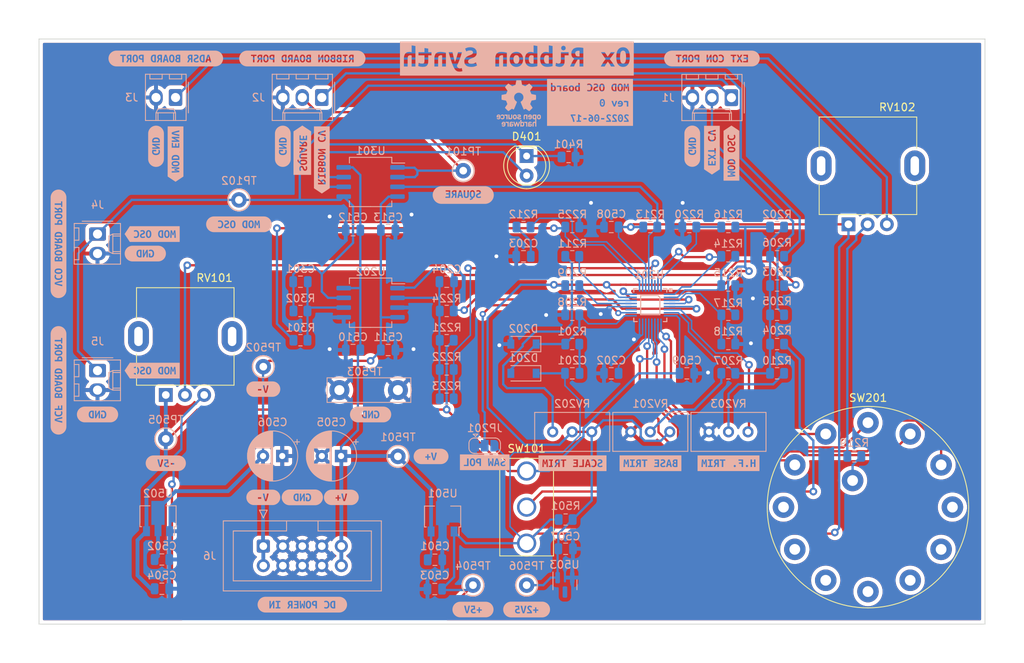
<source format=kicad_pcb>
(kicad_pcb (version 20211014) (generator pcbnew)
  (title_block (title "Josh Ox Ribbon Synth Mod Osc board") (date "2022-07-21") (rev "0") (comment 2 "creativecommons.org/licences/by/4.0") (comment 3 "license: CC by 4.0") (comment 4 "Author: Jordan Aceto"))
  (layers (0 "F.Cu" signal) (31 "B.Cu" signal) (34 "B.Paste" user) (35 "F.Paste" user) (36 "B.SilkS" user "B.Silkscreen") (37 "F.SilkS" user "F.Silkscreen") (38 "B.Mask" user) (39 "F.Mask" user) (44 "Edge.Cuts" user))
  (net 0 "")
  (net 1 "Net-(C201-Pad1)")
  (net 2 "Net-(C202-Pad1)")
  (net 3 "GND")
  (net 4 "Net-(C203-Pad1)")
  (net 5 "Net-(C204-Pad1)")
  (net 6 "/VCO_core/INV_SAW")
  (net 7 "Net-(C301-Pad1)")
  (net 8 "/MOD_OSC_OUT")
  (net 9 "+15V")
  (net 10 "-15V")
  (net 11 "-5V")
  (net 12 "Net-(D201-Pad2)")
  (net 13 "/VCO_core/V_PER_OCT_IN_1")
  (net 14 "/VCO_core/V_PER_OCT_IN_2")
  (net 15 "Net-(D401-Pad1)")
  (net 16 "/MOD_ADSR")
  (net 17 "Net-(R202-Pad1)")
  (net 18 "+2V5_REF")
  (net 19 "/VCO_core/COARSE_TUNE_IN")
  (net 20 "/VCO_core/RANGE_CV_IN")
  (net 21 "Net-(R207-Pad2)")
  (net 22 "Net-(R209-Pad1)")
  (net 23 "Net-(R210-Pad1)")
  (net 24 "Net-(R211-Pad1)")
  (net 25 "Net-(R211-Pad2)")
  (net 26 "Net-(R212-Pad1)")
  (net 27 "Net-(R214-Pad1)")
  (net 28 "Net-(R214-Pad2)")
  (net 29 "Net-(R216-Pad2)")
  (net 30 "Net-(R217-Pad1)")
  (net 31 "/VCO_core/VOLUME_CV_IN")
  (net 32 "Net-(R219-Pad2)")
  (net 33 "Net-(R222-Pad1)")
  (net 34 "/VCO_core/SWITCHED_OUT")
  (net 35 "Net-(RV203-Pad3)")
  (net 36 "/VCO_core/SINE")
  (net 37 "Net-(SW201-Pad1)")
  (net 40 "Net-(D401-Pad2)")
  (net 41 "Net-(SW201-Pad2)")
  (net 42 "Net-(SW201-Pad3)")
  (net 43 "Net-(SW201-Pad4)")
  (net 44 "Net-(SW201-Pad5)")
  (net 52 "+5V")
  (net 53 "/VCO_core/SQUARE_OUT")
  (net 54 "Net-(JP201-Pad2)")
  (net 55 "Net-(R213-Pad1)")
  (footprint "custom_footprints:SPDT_mini_toggle" (layer "F.Cu") (at 149.606 120.5028 180)
    (fp_text reference "SW101")
    (fp_text value "SW_SPDT_MSM")
  )
  (footprint "custom_footprints:Potentiometer_P260T" (layer "F.Cu") (at 105.156 98.2778 90)
    (fp_text reference "RV101")
    (fp_text value "10k")
  )
  (footprint "custom_footprints:apha_SR2612F-0112" (layer "F.Cu") (at 194.056 120.5028 90)
    (fp_text reference "SW201")
    (fp_text value "alpha_SR2612F-0112")
  )
  (footprint "custom_footprints:Potentiometer_P260T" (layer "F.Cu") (at 194.056 76.0528 90)
    (fp_text reference "RV102")
    (fp_text value "10k")
  )
  (footprint "LED_THT:LED_D5.0mm" (layer "F.Cu") (at 149.606 74.7828 -90)
    (fp_text reference locked "D401")
    (fp_text value "red_green")
  )
  (footprint "kibuzzard-62AC7D00" (layer "B.Cu") (at 173.736 74.0208 90)
    (fp_text reference "kibuzzard-62AC7D00" hide)
    (fp_text value "G***" hide)
  )
  (footprint "Capacitor_THT:CP_Radial_D6.3mm_P2.50mm" (layer "B.Cu") (at 125.4398 113.848 180)
    (fp_text reference "C505")
    (fp_text value "10u")
  )
  (footprint "Diode_SMD:D_SOD-123" (layer "B.Cu") (at 149.1996 103.0784 180)
    (fp_text reference "D201")
    (fp_text value "1N4148W")
  )
  (footprint "kibuzzard-62AC7F0B" (layer "B.Cu") (at 175.895 114.7878 180)
    (fp_text reference "kibuzzard-62AC7F0B" hide)
    (fp_text value "G***" hide)
  )
  (footprint "Resistor_SMD:R_0805_2012Metric" (layer "B.Cu") (at 139.2024 94.9586)
    (fp_text reference "R224")
    (fp_text value "100k")
  )
  (footprint "Potentiometer_THT:Potentiometer_Bourns_3296W_Vertical" (layer "B.Cu") (at 152.9996 110.6984 180)
    (fp_text reference "RV202")
    (fp_text value "5k")
  )
  (footprint "kibuzzard-62AC755C" (layer "B.Cu") (at 129.286 108.4378 180)
    (fp_text reference "kibuzzard-62AC755C" hide)
    (fp_text value "G***" hide)
  )
  (footprint "kibuzzard-62AC7DB6" (layer "B.Cu") (at 112.141 83.6728 180)
    (fp_text reference "kibuzzard-62AC7DB6" hide)
    (fp_text value "G***" hide)
  )
  (footprint "kibuzzard-62ACB089" (layer "B.Cu") (at 144.145 114.6608 180)
    (fp_text reference "kibuzzard-62ACB089" hide)
    (fp_text value "G***" hide)
  )
  (footprint "kibuzzard-62AC7D1D" (layer "B.Cu") (at 88.646 103.9928 90)
    (fp_text reference "kibuzzard-62AC7D1D" hide)
    (fp_text value "G***" hide)
  )
  (footprint "Resistor_SMD:R_0805_2012Metric" (layer "B.Cu") (at 155.5496 95.4584 180)
    (fp_text reference "R208")
    (fp_text value "10k")
  )
  (footprint "Capacitor_SMD:C_0805_2012Metric" (layer "B.Cu") (at 102.108 127.3223 180)
    (fp_text reference "C502")
    (fp_text value "470n")
  )
  (footprint "kibuzzard-62AC7EE1" (layer "B.Cu") (at 155.575 114.7878 180)
    (fp_text reference "kibuzzard-62AC7EE1" hide)
    (fp_text value "G***" hide)
  )
  (footprint "Resistor_SMD:R_0805_2012Metric" (layer "B.Cu") (at 182.2196 87.8384)
    (fp_text reference "R206")
    (fp_text value "100k")
  )
  (footprint "Capacitor_SMD:C_0805_2012Metric" (layer "B.Cu") (at 160.6296 103.0784 180)
    (fp_text reference "C202")
    (fp_text value "47n COG")
  )
  (footprint "Capacitor_SMD:C_0805_2012Metric" (layer "B.Cu") (at 127 100.0386 180)
    (fp_text reference "C510")
    (fp_text value "100n")
  )
  (footprint "TestPoint:TestPoint_Keystone_5000-5004_Miniature" (layer "B.Cu") (at 149.606 130.6628 180)
    (fp_text reference "TP506")
    (fp_text value "2v5_ref")
  )
  (footprint "kibuzzard-62AC7D44" (layer "B.Cu") (at 102.616 62.0828 180)
    (fp_text reference "kibuzzard-62AC7D44" hide)
    (fp_text value "G***" hide)
  )
  (footprint "Capacitor_SMD:C_0805_2012Metric" (layer "B.Cu") (at 139.2024 91.1486)
    (fp_text reference "C204")
    (fp_text value "100p")
  )
  (footprint "Package_SO:SO-8_5.3x6.2mm_P1.27mm" (layer "B.Cu") (at 129.286 93.8836 180)
    (fp_text reference "U202")
    (fp_text value "TL072")
  )
  (footprint "Connector_Molex:Molex_KK-254_AE-6410-03A_1x03_P2.54mm_Vertical" (layer "B.Cu") (at 176.276 67.1828 180)
    (fp_text reference "J1")
    (fp_text value "ext_port")
  )
  (footprint "kibuzzard-62AC911A" (layer "B.Cu") (at 103.886 74.5288 90)
    (fp_text reference "kibuzzard-62AC911A" hide)
    (fp_text value "G***" hide)
  )
  (footprint "Package_TO_SOT_SMD:SOT-89-3" (layer "B.Cu") (at 101.6 121.9883 90)
    (fp_text reference "U502")
    (fp_text value "L79L05_SOT89")
  )
  (footprint "kibuzzard-62AC7C76" (layer "B.Cu") (at 100.838 102.7228 180)
    (fp_text reference "kibuzzard-62AC7C76" hide)
    (fp_text value "G***" hide)
  )
  (footprint "Resistor_SMD:R_0805_2012Metric" (layer "B.Cu") (at 154.686 122.1193)
    (fp_text reference "R501")
    (fp_text value "1k8")
  )
  (footprint "Resistor_SMD:R_0805_2012Metric" (layer "B.Cu") (at 182.2196 95.4584)
    (fp_text reference "R205")
    (fp_text value "100k")
  )
  (footprint "TestPoint:TestPoint_Keystone_5000-5004_Miniature" (layer "B.Cu") (at 142.621 130.6628 180)
    (fp_text reference "TP504")
    (fp_text value "+5v")
  )
  (footprint "Capacitor_SMD:C_0805_2012Metric" (layer "B.Cu") (at 137.668 127.3608)
    (fp_text reference "C501")
    (fp_text value "470n")
  )
  (footprint "Capacitor_SMD:C_0805_2012Metric" (layer "B.Cu") (at 160.6296 84.0284 180)
    (fp_text reference "C508")
    (fp_text value "100n")
  )
  (footprint "Resistor_SMD:R_0805_2012Metric" (layer "B.Cu") (at 155.5496 91.6484 180)
    (fp_text reference "R209")
    (fp_text value "1M")
  )
  (footprint "Capacitor_SMD:C_0805_2012Metric" (layer "B.Cu") (at 131.572 100.0386 180)
    (fp_text reference "C511")
    (fp_text value "100n")
  )
  (footprint "Resistor_SMD:R_0805_2012Metric" (layer "B.Cu") (at 175.8696 84.0284 180)
    (fp_text reference "R216")
    (fp_text value "10k")
  )
  (footprint "Resistor_SMD:R_0805_2012Metric" (layer "B.Cu") (at 120.1524 98.7686)
    (fp_text reference "R301")
    (fp_text value "47k")
  )
  (footprint "kibuzzard-62AC7C76" (layer "B.Cu") (at 100.838 84.9428 180)
    (fp_text reference "kibuzzard-62AC7C76" hide)
    (fp_text value "G***" hide)
  )
  (footprint "Resistor_SMD:R_0805_2012Metric" (layer "B.Cu") (at 139.2024 106.3886 180)
    (fp_text reference "R223")
    (fp_text value "100k")
  )
  (footprint "Potentiometer_THT:Potentiometer_Bourns_3296W_Vertical" (layer "B.Cu") (at 163.1696 110.6984 180)
    (fp_text reference "RV201")
    (fp_text value "5k")
  )
  (footprint "Package_SO:SO-8_5.3x6.2mm_P1.27mm" (layer "B.Cu") (at 129.286 78.161 180)
    (fp_text reference "U301")
    (fp_text value "TL072")
  )
  (footprint "Resistor_SMD:R_0805_2012Metric" (layer "B.Cu") (at 165.7096 84.0284 180)
    (fp_text reference "R213")
    (fp_text value "4k7")
  )
  (footprint "Resistor_SMD:R_0805_2012Metric" (layer "B.Cu") (at 120.1524 94.9586 180)
    (fp_text reference "R302")
    (fp_text value "200k")
  )
  (footprint "Potentiometer_THT:Potentiometer_Bourns_3296W_Vertical" (layer "B.Cu") (at 173.355 110.6984 180)
    (fp_text reference "RV203")
    (fp_text value "5k")
  )
  (footprint "Capacitor_SMD:C_0805_2012Metric" (layer "B.Cu") (at 102.108 131.1323 180)
    (fp_text reference "C504")
    (fp_text value "100n")
  )
  (footprint "kibuzzard-62AC7DA9" (layer "B.Cu") (at 141.351 79.8628 180)
    (fp_text reference "kibuzzard-62AC7DA9" hide)
    (fp_text value "G***" hide)
  )
  (footprint "kibuzzard-62AC755C" (layer "B.Cu") (at 101.346 73.5128 90)
    (fp_text reference "kibuzzard-62AC755C" hide)
    (fp_text value "G***" hide)
  )
  (footprint "kibuzzard-62AC7CCE" (layer "B.Cu") (at 120.396 74.0208 90)
    (fp_text reference "kibuzzard-62AC7CCE" hide)
    (fp_text value "G***" hide)
  )
  (footprint "Resistor_SMD:R_0805_2012Metric" (layer "B.Cu") (at 182.2196 99.2684)
    (fp_text reference "R204")
    (fp_text value "100k")
  )
  (footprint "kibuzzard-62AC7CEB" (layer "B.Cu") (at 122.936 75.2908 90)
    (fp_text reference "kibuzzard-62AC7CEB" hide)
    (fp_text value "G***" hide)
  )
  (footprint "Resistor_SMD:R_0805_2012Metric" (layer "B.Cu") (at 175.8696 87.8384 180)
    (fp_text reference "R214")
    (fp_text value "3k9")
  )
  (footprint "Connector_Molex:Molex_KK-254_AE-6410-02A_1x02_P2.54mm_Vertical" (layer "B.Cu") (at 93.726 102.7228 -90)
    (fp_text reference "J5")
    (fp_text value "vcf_board_port")
  )
  (footprint "kibuzzard-62AC755C" (layer "B.Cu") (at 171.175312 73.502567 90)
    (fp_text reference "kibuzzard-62AC755C" hide)
    (fp_text value "G***" hide)
  )
  (footprint "kibuzzard-62AC792A" (layer "B.Cu") (at 115.316 105.1358 180)
    (fp_text reference "kibuzzard-62AC792A" hide)
    (fp_text value "G***" hide)
  )
  (footprint "custom_footprints:PQN32_HandSoldering" (layer "B.Cu") (at 165.7096 94.1884 180)
    (fp_text reference "U201")
    (fp_text value "SSI2130")
  )
  (footprint "TestPoint:TestPoint_Keystone_5000-5004_Miniature" (layer "B.Cu") (at 102.616 111.6128 180)
    (fp_text reference "TP505")
    (fp_text value "-5v")
  )
  (footprint "TestPoint:TestPoint_Keystone_5000-5004_Miniature" (layer "B.Cu") (at 112.141 80.4978 180)
    (fp_text reference "TP102")
    (fp_text value "modosc_out")
  )
  (footprint "kibuzzard-62AC791A" (layer "B.Cu") (at 137.16 113.8988 180)
    (fp_text reference "kibuzzard-62AC791A" hide)
    (fp_text value "G***" hide)
  )
  (footprint "Capacitor_THT:CP_Radial_D6.3mm_P2.50mm" (layer "B.Cu") (at 117.7798 113.848 180)
    (fp_text reference "C506")
    (fp_text value "10u")
  )
  (footprint "kibuzzard-62AC755C" (layer "B.Cu") (at 120.396 119.2328 180)
    (fp_text reference "kibuzzard-62AC755C" hide)
    (fp_text value "G***" hide)
  )
  (footprint "kibuzzard-62AC7C76" (layer "B.Cu") (at 176.276 74.4018 90)
    (fp_text reference "kibuzzard-62AC7C76" hide)
    (fp_text value "G***" hide)
  )
  (footprint "kibuzzard-62AC7EA8" (layer "B.Cu") (at 102.616 114.7878 180)
    (fp_text reference "kibuzzard-62AC7EA8" hide)
    (fp_text value "G***" hide)
  )
  (footprint "kibuzzard-62AC7D30" (layer "B.Cu") (at 88.646 86.2128 90)
    (fp_text reference "kibuzzard-62AC7D30" hide)
    (fp_text value "G***" hide)
  )
  (footprint "TestPoint:TestPoint_Bridge_Pitch7.62mm_Drill1.3mm" (layer "B.Cu") (at 125.222 105.2628)
    (fp_text reference "TP503")
    (fp_text value "GND")
  )
  (footprint "Resistor_SMD:R_0805_2012Metric" (layer "B.Cu") (at 175.8696 95.4584)
    (fp_text reference "R217")
    (fp_text value "12k")
  )
  (footprint "Resistor_SMD:R_0805_2012Metric" (layer "B.Cu") (at 192.278 113.8988)
    (fp_text reference "R219")
    (fp_text value "200k")
  )
  (footprint "kibuzzard-62AC7A9F" (layer "B.Cu") (at 148.336 62.0828 180)
    (fp_text reference "kibuzzard-62AC7A9F" hide)
    (fp_text value "G***" hide)
  )
  (footprint "Capacitor_SMD:C_0805_2012Metric" (layer "B.Cu") (at 127 84.4348 180)
    (fp_text reference "C512")
    (fp_text value "100n")
  )
  (footprint "Resistor_SMD:R_0805_2012Metric" (layer "B.Cu") (at 175.8696 99.2684 180)
    (fp_text reference "R218")
    (fp_text value "4k7")
  )
  (footprint "Package_TO_SOT_SMD:SOT-23" (layer "B.Cu") (at 154.594 130.6213 -90)
    (fp_text reference "U503")
    (fp_text value "LM4040C-2.5")
  )
  (footprint "Connector_Molex:Molex_KK-254_AE-6410-02A_1x02_P2.54mm_Vertical" (layer "B.Cu") (at 93.726 84.9428 -90)
    (fp_text reference "J4")
    (fp_text value "vco_board_port")
  )
  (footprint "Resistor_SMD:R_0805_2012Metric" (layer "B.Cu") (at 155.5496 84.0284 180)
    (fp_text reference "R225")
    (fp_text value "18k")
  )
  (footprint "kibuzzard-62AC791A" (layer "B.Cu") (at 125.476 119.2328 180)
    (fp_text reference "kibuzzard-62AC791A" hide)
    (fp_text value "G***" hide)
  )
  (footprint "kibuzzard-62AC755C" (layer "B.Cu") (at 117.856 73.5128 90)
    (fp_text reference "kibuzzard-62AC755C" hide)
    (fp_text value "G***" hide)
  )
  (footprint "kibuzzard-62AC7D68" (layer "B.Cu") (at 173.736 62.0828 180)
    (fp_text reference "kibuzzard-62AC7D68" hide)
    (fp_text value "G***" hide)
  )
  (footprint "Connector_Molex:Molex_KK-254_AE-6410-03A_1x03_P2.54mm_Vertical" (layer "B.Cu") (at 122.936 67.1628 180)
    (fp_text reference "J2")
    (fp_text value "ribbon_board_port")
  )
  (footprint "Resistor_SMD:R_0805_2012Metric" (layer "B.Cu") (at 170.7896 84.0284 180)
    (fp_text reference "R220")
    (fp_text value "10k")
  )
  (footprint "Capacitor_SMD:C_0805_2012Metric" (layer "B.Cu") (at 155.5496 103.0784 180)
    (fp_text reference "C201")
    (fp_text value "10u")
  )
  (footprint "Capacitor_SMD:C_0805_2012Metric" (layer "B.Cu") (at 137.644 131.1708 180)
    (fp_text reference "C503")
    (fp_text value "100n")
  )
  (footprint "kibuzzard-62AC7DF7" (layer "B.Cu") (at 157.861 67.7978 180)
    (fp_text reference "kibuzzard-62AC7DF7" hide)
    (fp_text value "G***" hide)
  )
  (footprint "Capacitor_SMD:C_0805_2012Metric" (layer "B.Cu") (at 170.4696 103.0784 180)
    (fp_text reference "C509")
    (fp_text value "100n")
  )
  (footprint "kibuzzard-62AC7D79" (layer "B.Cu") (at 142.621 133.8378 180)
    (fp_text reference "kibuzzard-62AC7D79" hide)
    (fp_text value "G***" hide)
  )
  (footprint "Resistor_SMD:R_0805_2012Metric" (layer "B.Cu") (at 175.8696 103.0784 180)
    (fp_text reference "R207")
    (fp_text value "100k")
  )
  (footprint "Resistor_SMD:R_0805_2012Metric" (layer "B.Cu") (at 182.2196 103.0784 180)
    (fp_text reference "R210")
    (fp_text value "270k")
  )
  (footprint "Jumper:SolderJumper-3_P1.3mm_Bridged12_RoundedPad1.0x1.5mm" (layer "B.Cu") (at 144.145 112.5018)
    (fp_text reference "JP201")
    (fp_text value "saw_pol")
  )
  (footprint "Resistor_SMD:R_0805_2012Metric" (layer "B.Cu") (at 182.2196 91.6484)
    (fp_text reference "R203")
    (fp_text value "150k")
  )
  (footprint "Resistor_SMD:R_0805_2012Metric" (layer "B.Cu") (at 155.067 74.9098 180)
    (fp_text reference "R401")
    (fp_text value "1k2")
  )
  (footprint "Resistor_SMD:R_0805_2012Metric" (layer "B.Cu") (at 155.5496 99.2684 180)
    (fp_text reference "R201")
    (fp_text value "10k")
  )
  (footprint "Connector_Molex:Molex_KK-254_AE-6410-02A_1x02_P2.54mm_Vertical" (layer "B.Cu") (at 103.886 67.1628 180)
    (fp_text reference "J3")
    (fp_text value "adsr_board_port")
  )
  (footprint "kibuzzard-62AC7D55" (layer "B.Cu") (at 120.396 62.0828 180)
    (fp_text reference "kibuzzard-62AC7D55" hide)
    (fp_text value "G***" hide)
  )
  (footprint "Resistor_SMD:R_0805_2012Metric" (layer "B.Cu") (at 155.5496 87.8384)
    (fp_text reference "R211")
    (fp_text value "47k")
  )
  (footprint "kibuzzard-62AC755C" (layer "B.Cu") (at 99.949 87.4828 180)
    (fp_text reference "kibuzzard-62AC755C" hide)
    (fp_text value "G***" hide)
  )
  (footprint "TestPoint:TestPoint_Keystone_5000-5004_Miniature" (layer "B.Cu") (at 115.316 102.2148 180)
    (fp_text reference "TP502")
    (fp_text value "V-")
  )
  (footprint "kibuzzard-62AC755C" (layer "B.Cu") (at 93.726 108.4378 180)
    (fp_text reference "kibuzzard-62AC755C" hide)
    (fp_text value "G***" hide)
  )
  (footprint "Capacitor_SMD:C_0805_2012Metric" (layer "B.Cu") (at 154.686 125.9293)
    (fp_text reference "C507")
    (fp_text value "100n")
  )
  (footprint "Diode_SMD:D_SOD-123" (layer "B.Cu") (at 149.1996 99.2684 180)
    (fp_text reference "D202")
    (fp_text value "1N4148W")
  )
  (footprint "TestPoint:TestPoint_Keystone_5000-5004_Miniature" (layer "B.Cu") (at 141.351 76.6878 180)
    (fp_text reference "TP101")
    (fp_text value "square_out")
  )
  (footprint "Resistor_SMD:R_0805_2012Metric" (layer "B.Cu") (at 149.1996 84.0284 180)
    (fp_text reference "R212")
    (fp_text value "270")
  )
  (footprint "Connector_IDC:IDC-Header_2x05_P2.54mm_Vertical" (layer "B.Cu") (at 115.316 125.5828 -90)
    (fp_text reference "J6")
    (fp_text value "power_entry")
  )
  (footprint "Resistor_SMD:R_0805_2012Metric" (layer "B.Cu") (at 182.2196 84.0284 180)
    (fp_text reference "R202")
    (fp_text value "27k")
  )
  (footprint "kibuzzard-62AC7D8B" (layer "B.Cu") (at 149.606 133.8378 180)
    (fp_text reference "kibuzzard-62AC7D8B" hide)
    (fp_text value "G***" hide)
  )
  (footprint "kibuzzard-62AC792A" (layer "B.Cu") (at 115.316 119.2328 180)
    (fp_text reference "kibuzzard-62AC792A" hide)
    (fp_text value "G***" hide)
  )
  (footprint "Resistor_SMD:R_0805_2012Metric" (layer "B.Cu") (at 139.2024 102.5786 180)
    (fp_text reference "R222")
    (fp_text value "100k")
  )
  (footprint "Capacitor_SMD:C_0805_2012Metric" (layer "B.Cu") (at 131.572 84.4348 180)
    (fp_text reference "C513")
    (fp_text value "100n")
  )
  (footprint "Capacitor_SMD:C_0805_2012Metric" (layer "B.Cu") (at 120.1524 91.1486 180)
    (fp_text reference "C301")
    (fp_text value "100p")
  )
  (footprint "Resistor_SMD:R_0805_2012Metric" (layer "B.Cu") (at 175.8696 91.6484 180)
    (fp_text reference "R215")
    (fp_text value "4k7")
  )
  (footprint "Symbol:OSHW-Logo_5.7x6mm_SilkScreen" (layer "B.Cu") (at 148.59 67.9248 180)
    (fp_text reference "REF**" hide)
    (fp_text value "OSHW-Logo_5.7x6mm_SilkScreen" hide)
  )
  (footprint "kibuzzard-62AC78CB" (layer "B.Cu") (at 120.396 133.2028 180)
    (fp_text reference "kibuzzard-62AC78CB" hide)
    (fp_text value "G***" hide)
  )
  (footprint "Capacitor_SMD:C_0805_2012Metric" (layer "B.Cu") (at 149.1996 87.8384 180)
    (fp_text reference "C203")
    (fp_text value "10n")
  )
  (footprint "TestPoint:TestPoint_Keystone_5000-5004_Miniature" (layer "B.Cu") (at 132.842 113.8988 180)
    (fp_text reference "TP501")
    (fp_text value "V+")
  )
  (footprint "Package_TO_SOT_SMD:SOT-89-3" (layer "B.Cu") (at 138.66 122.0268 90)
    (fp_text reference "U501")
    (fp_text value "L78L05_SOT89")
  )
  (footprint "kibuzzard-62AC7EFA" (layer "B.Cu") (at 165.735 114.7878 180)
    (fp_text reference "kibuzzard-62AC7EFA" hide)
    (fp_text value "G***" hide)
  )
  (footprint "Resistor_SMD:R_0805_2012Metric" (layer "B.Cu") (at 139.2024 98.7686 180)
    (fp_text reference "R221")
    (fp_text value "200k")
  )
  (gr_line (start 209.296 59.5428) (end 86.106 59.5428) (layer "Edge.Cuts") (width 0.1))
  (gr_line (start 209.296 135.7428) (end 209.296 59.5428) (layer "Edge.Cuts") (width 0.1))
  (gr_line (start 86.106 135.7428) (end 209.296 135.7428) (layer "Edge.Cuts") (width 0.1))
  (gr_line (start 86.106 59.5428) (end 86.106 135.7428) (layer "Edge.Cuts") (width 0.1))
  (segment (start 156.4996 99.3059) (end 156.4621 99.2684) (width 0.2) (layer "B.Cu") (net 1))
  (segment (start 156.4996 103.0784) (end 156.4996 99.3059) (width 0.3) (layer "B.Cu") (net 1))
  (segment (start 161.5796 102.102052) (end 165.1096 98.572052) (width 0.2) (layer "B.Cu") (net 2))
  (segment (start 161.5796 103.0784) (end 161.5796 102.102052) (width 0.2) (layer "B.Cu") (net 2))
  (segment (start 165.1096 98.572052) (end 165.1096 96.6884) (width 0.2) (layer "B.Cu") (net 2))
  (via (at 145.669 87.8384) (size 1) (drill 0.5) (layers "F.Cu" "B.Cu") (net 3))
  (via (at 157.988 80.8788) (size 1) (drill 0.5) (layers "F.Cu" "B.Cu") (net 3))
  (via (at 163.576 98.6588) (size 1) (drill 0.5) (layers "F.Cu" "B.Cu") (net 3))
  (via (at 123.952 99.9288) (size 1) (drill 0.5) (layers "F.Cu" "B.Cu") (net 3))
  (via (at 146.05 99.4208) (size 1) (drill 0.5) (layers "F.Cu" "B.Cu") (net 3))
  (via (at 179.07 93.3248) (size 1) (drill 0.5) (layers "F.Cu" "B.Cu") (net 3))
  (via (at 134.874 99.9288) (size 1) (drill 0.5) (layers "F.Cu" "B.Cu") (net 3))
  (via (at 152.146 95.4838) (size 1) (drill 0.5) (layers "F.Cu" "B.Cu") (net 3))
  (via (at 173.228 102.9768) (size 1) (drill 0.5) (layers "F.Cu" "B.Cu") (net 3))
  (via (at 159.258 95.3568) (size 1) (drill 0.5) (layers "F.Cu" "B.Cu") (net 3))
  (via (at 169.926 80.8788) (size 1) (drill 0.5) (layers "F.Cu" "B.Cu") (net 3))
  (via (at 134.62 82.4028) (size 1) (drill 0.5) (layers "F.Cu" "B.Cu") (net 3))
  (via (at 123.952 82.6568) (size 1) (drill 0.5) (layers "F.Cu" "B.Cu") (net 3))
  (via (at 178.816 99.1668) (size 1) (drill 0.5) (layers "F.Cu" "B.Cu") (net 3))
  (segment (start 164.7096 96.6884) (end 164.7096 98.0332) (width 0.2) (layer "B.Cu") (net 3))
  (segment (start 164.592 98.1508) (end 164.338 98.1508) (width 0.2) (layer "B.Cu") (net 3))
  (segment (start 164.1124 98.1224) (end 163.576 98.6588) (width 0.2) (layer "B.Cu") (net 3))
  (segment (start 163.2096 94.3884) (end 160.2264 94.3884) (width 0.2) (layer "B.Cu") (net 3))
  (segment (start 160.2264 94.3884) (end 159.258 95.3568) (width 0.2) (layer "B.Cu") (net 3))
  (segment (start 164.3096 98.1224) (end 164.1124 98.1224) (width 0.2) (layer "B.Cu") (net 3))
  (segment (start 164.3096 98.1224) (end 164.3096 96.6884) (width 0.2) (layer "B.Cu") (net 3))
  (segment (start 164.338 98.1508) (end 164.3096 98.1224) (width 0.2) (layer "B.Cu") (net 3))
  (segment (start 164.7096 98.0332) (end 164.592 98.1508) (width 0.2) (layer "B.Cu") (net 3))
  (segment (start 150.1496 85.8909) (end 148.2871 84.0284) (width 0.3) (layer "B.Cu") (net 4))
  (segment (start 150.1496 87.8384) (end 150.1496 85.8909) (width 0.3) (layer "B.Cu") (net 4))
  (segment (start 138.1256 93.2486) (end 138.2524 93.3754) (width 0.3) (layer "B.Cu") (net 5))
  (segment (start 132.8674 93.2486) (end 138.1256 93.2486) (width 0.3) (layer "B.Cu") (net 5))
  (segment (start 138.2524 106.3511) (end 138.2899 106.3886) (width 0.3) (layer "B.Cu") (net 5))
  (segment (start 138.2524 91.1486) (end 138.2524 93.3754) (width 0.3) (layer "B.Cu") (net 5))
  (segment (start 138.2524 93.3754) (end 138.2524 106.3511) (width 0.3) (layer "B.Cu") (net 5))
  (segment (start 160.834445 93.460289) (end 142.866511 93.460289) (width 0.3) (layer "F.Cu") (net 6))
  (segment (start 142.866511 93.460289) (end 141.478 94.8488) (width 0.3) (layer "F.Cu") (net 6))
  (segment (start 162.045156 94.671) (end 160.834445 93.460289) (width 0.3) (layer "F.Cu") (net 6))
  (segment (start 171.7294 94.671) (end 162.045156 94.671) (width 0.3) (layer "F.Cu") (net 6))
  (via (at 171.7294 94.671) (size 1) (drill 0.5) (layers "F.Cu" "B.Cu") (net 6))
  (via (at 141.478 94.8488) (size 1) (drill 0.5) (layers "F.Cu" "B.Cu") (net 6))
  (segment (start 140.1149 94.9586) (end 140.1149 91.1861) (width 0.3) (layer "B.Cu") (net 6))
  (segment (start 141.478 94.8488) (end 140.2247 94.8488) (width 0.2) (layer "B.Cu") (net 6))
  (segment (start 171.4468 94.3884) (end 171.7294 94.671) (width 0.2) (layer "B.Cu") (net 6))
  (segment (start 139.573 89.5148) (end 137.414 89.5148) (width 0.3) (layer "B.Cu") (net 6))
  (segment (start 140.2247 94.8488) (end 140.1149 94.9586) (width 0.2) (layer "B.Cu") (net 6))
  (segment (start 139.954 89.8958) (end 139.573 89.5148) (width 0.3) (layer "B.Cu") (net 6))
  (segment (start 132.9182 91.9278) (end 132.8674 91.9786) (width 0.3) (layer "B.Cu") (net 6))
  (segment (start 140.1149 91.1861) (end 140.1524 91.1486) (width 0.3) (layer "B.Cu") (net 6))
  (segment (start 139.954 90.9502) (end 139.954 89.8958) (width 0.3) (layer "B.Cu") (net 6))
  (segment (start 168.2096 94.3884) (end 171.4468 94.3884) (width 0.2) (layer "B.Cu") (net 6))
  (segment (start 135.001 91.9278) (end 132.9182 91.9278) (width 0.3) (layer "B.Cu") (net 6))
  (segment (start 137.414 89.5148) (end 135.001 91.9278) (width 0.3) (layer "B.Cu") (net 6))
  (segment (start 140.1524 91.1486) (end 139.954 90.9502) (width 0.3) (layer "B.Cu") (net 6))
  (segment (start 125.8674 94.5186) (end 121.5049 94.5186) (width 0.3) (layer "B.Cu") (net 7))
  (segment (start 121.0649 98.7686) (end 121.0649 91.1861) (width 0.3) (layer "B.Cu") (net 7))
  (segment (start 121.5049 94.5186) (end 121.0649 94.9586) (width 0.3) (layer "B.Cu") (net 7))
  (segment (start 121.0649 91.1861) (end 121.1024 91.1486) (width 0.3) (layer "B.Cu") (net 7))
  (segment (start 91.186 87.4828) (end 93.726 84.9428) (width 0.3) (layer "B.Cu") (net 8))
  (segment (start 125.8674 93.2486) (end 123.7488 93.2486) (width 0.3) (layer "B.Cu") (net 8))
  (segment (start 119.2024 90.2004) (end 119.2024 91.1486) (width 0.3) (layer "B.Cu") (net 8))
  (segment (start 123.7488 93.2486) (end 122.936 92.4358) (width 0.3) (layer "B.Cu") (net 8))
  (segment (start 125.786 80.066) (end 125.3542 80.4978) (width 0.3) (layer "B.Cu") (net 8))
  (segment (start 120.0658 80.4978) (end 112.141 80.4978) (width 0.3) (layer "B.Cu") (net 8))
  (segment (start 119.2399 91.1861) (end 119.2024 91.1486) (width 0.3) (layer "B.Cu") (net 8))
  (segment (start 174.719501 65.626301) (end 128.988915 65.626301) (width 0.3) (layer "B.Cu") (net 8))
  (segment (start 120.142 89.2608) (end 119.2024 90.2004) (width 0.3) (layer "B.Cu") (net 8))
  (segment (start 120.0658 74.549416) (end 120.0658 80.4978) (width 0.3) (layer "B.Cu") (net 8))
  (segment (start 128.988915 65.626301) (end 120.0658 74.549416) (width 0.3) (layer "B.Cu") (net 8))
  (segment (start 122.047 89.2608) (end 120.142 89.2608) (width 0.3) (layer "B.Cu") (net 8))
  (segment (start 127 81.28) (end 127 86.0858) (width 0.3) (layer "B.Cu") (net 8))
  (segment (start 93.726 102.7228) (end 91.186 100.1828) (width 0.3) (layer "B.Cu") (net 8))
  (segment (start 125.786 80.066) (end 127 81.28) (width 0.3) (layer "B.Cu") (net 8))
  (segment (start 122.936 90.1498) (end 122.047 89.2608) (width 0.3) (layer "B.Cu") (net 8))
  (segment (start 176.276 67.1828) (end 174.719501 65.626301) (width 0.3) (layer "B.Cu") (net 8))
  (segment (start 98.171 80.4978) (end 112.141 80.4978) (width 0.3) (layer "B.Cu") (net 8))
  (segment (start 122.936 92.4358) (end 122.936 90.1498) (width 0.3) (layer "B.Cu") (net 8))
  (segment (start 93.726 84.9428) (end 98.171 80.4978) (width 0.3) (layer "B.Cu") (net 8))
  (segment (start 125.3542 80.4978) (end 120.0658 80.4978) (width 0.3) (layer "B.Cu") (net 8))
  (segment (start 119.2399 94.9586) (end 119.2399 91.1861) (width 0.3) (layer "B.Cu") (net 8))
  (segment (start 127 86.0858) (end 122.936 90.1498) (width 0.3) (layer "B.Cu") (net 8))
  (segment (start 91.186 100.1828) (end 91.186 87.4828) (width 0.3) (layer "B.Cu") (net 8))
  (segment (start 127.9398 91.9786) (end 127.95 91.9888) (width 0.3) (layer "B.Cu") (net 9))
  (segment (start 127.635 110.4698) (end 125.4398 112.665) (width 0.3) (layer "B.Cu") (net 9))
  (segment (start 127.95 100.0386) (end 127.95 91.9888) (width 0.3) (layer "B.Cu") (net 9))
  (segment (start 127.95 91.9888) (end 127.95 84.4348) (width 0.3) (layer "B.Cu") (net 9))
  (segment (start 125.476 128.1228) (end 125.476 125.5828) (width 0.5) (layer "B.Cu") (net 9))
  (segment (start 125.476 125.5828) (end 125.476 113.8842) (width 0.5) (layer "B.Cu") (net 9))
  (segment (start 125.4398 113.848) (end 132.7912 113.848) (width 0.5) (layer "B.Cu") (net 9))
  (segment (start 125.4398 112.665) (end 125.4398 113.848) (width 0.3) (layer "B.Cu") (net 9))
  (segment (start 137.16 126.9188) (end 136.718 127.3608) (width 0.3) (layer "B.Cu") (net 9))
  (segment (start 127.95 77.2568) (end 126.9492 76.256) (width 0.3) (layer "B.Cu") (net 9))
  (segment (start 127.95 84.4348) (end 127.95 77.2568) (width 0.3) (layer "B.Cu") (net 9))
  (segment (start 126.9492 76.256) (end 125.786 76.256) (width 0.3) (layer "B.Cu") (net 9))
  (segment (start 127.95 100.0386) (end 127.635 100.3536) (width 0.3) (layer "B.Cu") (net 9))
  (segment (start 125.786 91.9786) (end 127.9398 91.9786) (width 0.3) (layer "B.Cu") (net 9))
  (segment (start 125.476 113.8842) (end 125.4398 113.848) (width 0.5) (layer "B.Cu") (net 9))
  (segment (start 137.16 118.2168) (end 137.16 123.6768) (width 0.5) (layer "B.Cu") (net 9))
  (segment (start 137.16 123.6768) (end 137.16 126.9188) (width 0.3) (layer "B.Cu") (net 9))
  (segment (start 127.635 100.3536) (end 127.635 110.4698) (width 0.3) (layer "B.Cu") (net 9))
  (segment (start 132.7912 113.848) (end 137.16 118.2168) (width 0.5) (layer "B.Cu") (net 9))
  (segment (start 115.189 102.3418) (end 116.078 101.4528) (width 0.3) (layer "F.Cu") (net 10))
  (segment (start 116.078 101.4528) (end 129.286 101.4528) (width 0.3) (layer "F.Cu") (net 10))
  (via (at 129.286 101.4528) (size 1) (drill 0.5) (layers "F.Cu" "B.Cu") (net 10))
  (segment (start 131.6228 80.066) (end 130.622 81.0668) (width 0.3) (layer "B.Cu") (net 10))
  (segment (start 130.622 100.0386) (end 130.622 95.6768) (width 0.3) (layer "B.Cu") (net 10))
  (segment (start 115.189 102.3418) (end 115.2798 102.4326) (width 0.3) (layer "B.Cu") (net 10))
  (segment (start 115.2798 102.4326) (end 115.2798 113.848) (width 0.3) (layer "B.Cu") (net 10))
  (segment (start 115.316 128.1228) (end 115.316 125.5828) (width 0.5) (layer "B.Cu") (net 10))
  (segment (start 115.316 125.5828) (end 115.2798 125.5466) (width 0.5) (layer "B.Cu") (net 10))
  (segment (start 130.622 95.6768) (end 130.622 84.4348) (width 0.3) (layer "B.Cu") (net 10))
  (segment (start 115.2798 125.5466) (end 115.2798 113.848) (width 0.5) (layer "B.Cu") (net 10))
  (segment (start 130.622 100.0386) (end 130.622 100.1168) (width 0.3) (layer "B.Cu") (net 10))
  (segment (start 130.622 100.1168) (end 129.286 101.4528) (width 0.3) (layer "B.Cu") (net 10))
  (segment (start 132.786 80.066) (end 131.6228 80.066) (width 0.3) (layer "B.Cu") (net 10))
  (segment (start 101.6 126.8803) (end 101.158 127.3223) (width 0.5) (layer "B.Cu") (net 10))
  (segment (start 115.2798 113.848) (end 110.705711 118.422089) (width 0.5) (layer "B.Cu") (net 10))
  (segment (start 101.6 123.5508) (end 101.6 126.8803) (width 0.5) (layer "B.Cu") (net 10))
  (segment (start 132.786 95.7886) (end 130.7338 95.7886) (width 0.3) (layer "B.Cu") (net 10))
  (segment (start 130.622 81.0668) (end 130.622 84.4348) (width 0.3) (layer "B.Cu") (net 10))
  (segment (start 110.705711 118.422089) (end 103.899141 118.422089) (width 0.5) (layer "B.Cu") (net 10))
  (segment (start 101.6 120.72123) (end 101.6 123.5508) (width 0.5) (layer "B.Cu") (net 10))
  (segment (start 130.7338 95.7886) (end 130.622 95.6768) (width 0.3) (layer "B.Cu") (net 10))
  (segment (start 103.899141 118.422089) (end 101.6 120.72123) (width 0.5) (layer "B.Cu") (net 10))
  (segment (start 147.192 115.8028) (end 139.192 107.8028) (width 0.3) (layer "F.Cu") (net 11))
  (segment (start 106.759 107.8028) (end 139.192 107.8028) (width 0.3) (layer "F.Cu") (net 11))
  (segment (start 102.7825 111.7793) (end 106.759 107.8028) (width 0.3) (layer "F.Cu") (net 11))
  (segment (start 149.606 115.8028) (end 147.192 115.8028) (width 0.3) (layer "F.Cu") (net 11))
  (via (at 139.192 107.8028) (size 1) (drill 0.5) (layers "F.Cu" "B.Cu") (net 11))
  (segment (start 102.616 111.6128) (end 102.616 105.8978) (width 0.5) (layer "B.Cu") (net 11))
  (segment (start 157.010089 110.255393) (end 164.187082 103.0784) (width 0.3) (layer "B.Cu") (net 11))
  (segment (start 98.933 129.3928) (end 98.933 124.8053) (width 0.5) (layer "B.Cu") (net 11))
  (segment (start 140.1149 98.7686) (end 139.192 99.6915) (width 0.3) (layer "B.Cu") (net 11))
  (segment (start 157.010089 111.305422) (end 157.010089 110.255393) (width 0.3) (layer "B.Cu") (net 11))
  (segment (start 139.192 99.6915) (end 139.192 107.8028) (width 0.3) (layer "B.Cu") (net 11))
  (segment (start 152.512711 115.8028) (end 157.010089 111.305422) (width 0.3) (layer "B.Cu") (net 11))
  (segment (start 100.6725 131.1323) (end 98.933 129.3928) (width 0.5) (layer "B.Cu") (net 11))
  (segment (start 101.158 131.1323) (end 100.6725 131.1323) (width 0.5) (layer "B.Cu") (net 11))
  (segment (start 102.616 115.8433) (end 102.616 111.6128) (width 0.5) (layer "B.Cu") (net 11))
  (segment (start 100.1 123.6383) (end 100.1 118.3593) (width 0.5) (layer "B.Cu") (net 11))
  (segment (start 164.187082 103.0784) (end 169.5196 103.0784) (width 0.3) (layer "B.Cu") (net 11))
  (segment (start 98.933 124.8053) (end 100.1 123.6383) (width 0.5) (layer "B.Cu") (net 11))
  (segment (start 169.5196 95.9664) (end 169.1416 95.5884) (width 0.2) (layer "B.Cu") (net 11))
  (segment (start 169.1416 95.5884) (end 168.2096 95.5884) (width 0.2) (layer "B.Cu") (net 11))
  (segment (start 169.5196 103.0784) (end 169.5196 95.9664) (width 0.2) (layer "B.Cu") (net 11))
  (segment (start 149.606 115.8028) (end 152.512711 115.8028) (width 0.3) (layer "B.Cu") (net 11))
  (segment (start 100.1 118.3593) (end 102.616 115.8433) (width 0.5) (layer "B.Cu") (net 11))
  (segment (start 147.5496 103.0784) (end 147.5496 102.5684) (width 0.2) (layer "B.Cu") (net 12))
  (segment (start 157.6305 96.6268) (end 156.4621 95.4584) (width 0.2) (layer "B.Cu") (net 12))
  (segment (start 156.4621 97.4434) (end 156.4621 95.4584) (width 0.3) (layer "B.Cu") (net 12))
  (segment (start 163.2096 95.5884) (end 162.3284 95.5884) (width 0.2) (layer "B.Cu") (net 12))
  (segment (start 154.6371 99.2684) (end 150.8496 99.2684) (width 0.3) (layer "B.Cu") (net 12))
  (segment (start 161.29 96.6268) (end 157.6305 96.6268) (width 0.2) (layer "B.Cu") (net 12))
  (segment (start 147.5496 102.5684) (end 150.8496 99.2684) (width 0.3) (layer "B.Cu") (net 12))
  (segment (start 162.3284 95.5884) (end 161.29 96.6268) (width 0.2) (layer "B.Cu") (net 12))
  (segment (start 154.6371 99.2684) (end 156.4621 97.4434) (width 0.3) (layer "B.Cu") (net 12))
  (segment (start 182.27008 86.92432) (end 184.3024 84.892) (width 0.3) (layer "B.Cu") (net 13))
  (segment (start 182.27008 94.59638) (end 182.27008 86.92432) (width 0.3) (layer "B.Cu") (net 13))
  (segment (start 184.3024 84.892) (end 184.3024 83.3172) (width 0.3) (layer "B.Cu") (net 13))
  (segment (start 173.736 72.7508) (end 173.736 67.1828) (width 0.3) (layer "B.Cu") (net 13))
  (segment (start 183.1321 95.4584) (end 182.27008 94.59638) (width 0.3) (layer "B.Cu") (net 13))
  (segment (start 184.3024 83.3172) (end 173.736 72.7508) (width 0.3) (layer "B.Cu") (net 13))
  (segment (start 175.419249 64.0132) (end 126.0856 64.0132) (width 0.3) (layer "B.Cu") (net 14))
  (segment (start 126.0856 64.0132) (end 122.936 67.1628) (width 0.3) (layer "B.Cu") (net 14))
  (segment (start 177.49552 75.08792) (end 177.49552 66.089471) (width 0.3) (layer "B.Cu") (net 14))
  (segment (start 185.166 82.7584) (end 177.49552 75.08792) (width 0.3) (layer "B.Cu") (net 14))
  (segment (start 183.1321 87.8384) (end 185.166 85.8045) (width 0.3) (layer "B.Cu") (net 14))
  (segment (start 185.166 85.8045) (end 185.166 82.7584) (width 0.3) (layer "B.Cu") (net 14))
  (segment (start 177.49552 66.089471) (end 175.419249 64.0132) (width 0.3) (layer "B.Cu") (net 14))
  (segment (start 154.0275 74.7828) (end 154.1545 74.9098) (width 0.3) (layer "B.Cu") (net 15))
  (segment (start 123.7742 78.796) (end 125.786 78.796) (width 0.3) (layer "B.Cu") (net 15))
  (segment (start 123.063 73.2588) (end 122.301 74.0208) (width 0.3) (layer "B.Cu") (net 15))
  (segment (start 148.082 73.2588) (end 123.063 73.2588) (width 0.3) (layer "B.Cu") (net 15))
  (segment (start 149.606 74.7828) (end 148.082 73.2588) (width 0.3) (layer "B.Cu") (net 15))
  (segment (start 122.301 77.3228) (end 123.7742 78.796) (width 0.3) (layer "B.Cu") (net 15))
  (segment (start 122.301 74.0208) (end 122.301 77.3228) (width 0.3) (layer "B.Cu") (net 15))
  (segment (start 149.606 74.7828) (end 154.0275 74.7828) (width 0.3) (layer "B.Cu") (net 15))
  (segment (start 181.0512 62.0828) (end 108.966 62.0828) (width 0.3) (layer "B.Cu") (net 16))
  (segment (start 196.516 83.6728) (end 196.516 77.5476) (width 0.3) (layer "B.Cu") (net 16))
  (segment (start 196.516 77.5476) (end 181.0512 62.0828) (width 0.3) (layer "B.Cu") (net 16))
  (segment (start 108.966 62.0828) (end 103.886 67.1628) (width 0.3) (layer "B.Cu") (net 16))
  (segment (start 170.688 96.5252) (end 170.688 97.6428) (width 0.2) (layer "B.Cu") (net 17))
  (segment (start 181.3071 87.8384) (end 181.3071 85.8534) (width 0.3) (layer "B.Cu") (net 17))
  (segment (start 169.3512 95.1884) (end 170.688 96.5252) (width 0.2) (layer "B.Cu") (net 17))
  (segment (start 174.7501 101.0464) (end 176.7821 103.0784) (width 0.2) (layer "B.Cu") (net 17))
  (segment (start 181.3071 103.0784) (end 181.3071 87.8384) (width 0.3) (layer "B.Cu") (net 17))
  (segment (start 170.688 97.6428) (end 174.0916 101.0464) (width 0.2) (layer "B.Cu") (net 17))
  (segment (start 168.2096 95.1884) (end 169.3512 95.1884) (width 0.2) (layer "B.Cu") (net 17))
  (segment (start 176.7821 103.0784) (end 181.3071 103.0784) (width 0.3) (layer "B.Cu") (net 17))
  (segment (start 174.0916 101.0464) (end 174.7501 101.0464) (width 0.2) (layer "B.Cu") (net 17))
  (segment (start 181.3071 85.8534) (end 183.1321 84.0284) (width 0.3) (layer "B.Cu") (net 17))
  (segment (start 162.551608 91.539879) (end 162.558529 91.5468) (width 0.3) (layer "F.Cu") (net 18))
  (segment (start 158.0796 110.6984) (end 155.5396 110.6984) (width 0.3) (layer "F.Cu") (net 18))
  (segment (start 160.02 91.5468) (end 161.840935 91.5468) (width 0.3) (layer "F.Cu") (net 18))
  (segment (start 161.847856 91.539879) (end 162.551608 91.539879) (width 0.3) (layer "F.Cu") (net 18))
  (segment (start 161.840935 91.5468) (end 161.847856 91.539879) (width 0.3) (layer "F.Cu") (net 18))
  (segment (start 175.3362 91.5468) (end 177.1142 89.7688) (width 0.3) (layer "F.Cu") (net 18))
  (segment (start 177.1142 89.7688) (end 178.562 89.7688) (width 0.3) (layer "F.Cu") (net 18))
  (segment (start 162.558529 91.5468) (end 175.3362 91.5468) (width 0.3) (layer "F.Cu") (net 18))
  (segment (start 153.162 91.5468) (end 160.02 91.5468) (width 0.3) (layer "F.Cu") (net 18))
  (via (at 153.162 91.5468) (size 1) (drill 0.5) (layers "F.Cu" "B.Cu") (net 18))
  (via (at 160.02 91.5468) (size 1) (drill 0.5) (layers "F.Cu" "B.Cu") (net 18))
  (via (at 178.562 89.7688) (size 1) (drill 0.5) (layers "F.Cu" "B.Cu") (net 18))
  (segment (start 168.2496 110.6984) (end 167.0812 111.8668) (width 0.3) (layer "B.Cu") (net 18))
  (segment (start 162.9316 93.1884) (end 162.93112 93.18792) (width 0.2) (layer "B.Cu") (net 18))
  (segment (start 178.0794 84.0284) (end 178.0794 89.2862) (width 0.3) (layer "B.Cu") (net 18))
  (segment (start 153.2636 91.6484) (end 153.162 91.5468) (width 0.3) (layer "B.Cu") (net 18))
  (segment (start 158.0796 110.6984) (end 158.0796 119.6382) (width 0.3) (layer "B.Cu") (net 18))
  (segment (start 162.537818 93.18888) (end 161.861646 93.18888) (width 0.2) (layer "B.Cu") (net 18))
  (segment (start 153.736 125.9293) (end 153.736 123.9818) (width 0.3) (layer "B.Cu") (net 18))
  (segment (start 175.8442 90.4038) (end 177.0634 89.1846) (width 0.3) (layer "B.Cu") (net 18))
  (segment (start 153.736 123.9818) (end 155.5985 122.1193) (width 0.3) (layer "B.Cu") (net 18))
  (segment (start 161.66112 93.18792) (end 160.02 91.5468) (width 0.2) (layer "B.Cu") (net 18))
  (segment (start 144.526 95.8648) (end 144.526 107.5488) (width 0.3) (layer "B.Cu") (net 18))
  (segment (start 158.0796 119.6382) (end 155.5985 122.1193) (width 0.3) (layer "B.Cu") (net 18))
  (segment (start 164.465 110.3428) (end 163.322 109.1998) (width 0.3) (layer "B.Cu") (net 18))
  (segment (start 164.973 111.8668) (end 164.465 111.3588) (width 0.3) (layer "B.Cu") (net 18))
  (segment (start 163.322 109.1998) (end 159.5782 109.1998) (width 0.3) (layer "B.Cu") (net 18))
  (segment (start 167.0812 111.8668) (end 164.973 111.8668) (width 0.3) (layer "B.Cu") (net 18))
  (segment (start 164.465 111.3588) (end 164.465 110.3428) (width 0.3) (layer "B.Cu") (net 18))
  (segment (start 148.844 91.5468) (end 144.526 95.8648) (width 0.3) (layer "B.Cu") (net 18))
  (segment (start 153.644 129.6838) (end 152.7495 129.6838) (width 0.3) (layer "B.Cu") (net 18))
  (segment (start 163.2096 93.1884) (end 162.9316 93.1884) (width 0.2) (layer "B.Cu") (net 18))
  (segment (start 153.644 129.6838) (end 153.644 126.0213) (width 0.3) (layer "B.Cu") (net 18))
  (segment (start 161.860686 93.18792) (end 161.66112 93.18792) (width 0.2) (layer "B.Cu") (net 18))
  (segment (start 178.0794 84.0284) (end 181.3071 84.0284) (width 0.3) (layer "B.Cu") (net 18))
  (segment (start 153.8632 112.3748) (end 155.5396 110.6984) (width 0.3) (layer "B.Cu") (net 18))
  (segment (start 152.7495 129.6838) (end 151.7705 130.6628) (width 0.3) (layer "B.Cu") (net 18))
  (segment (start 149.352 112.3748) (end 153.8632 112.3748) (width 0.3) (layer "B.Cu") (net 18))
  (segment (start 151.7705 130.6628) (end 149.606 130.6628) (width 0.3) (layer "B.Cu") (net 18))
  (segment (start 177.0634 89.1846) (end 177.9778 89.1846) (width 0.3) (layer "B.Cu") (net 18))
  (segment (start 175.8442 94.5205) (end 175.8442 90.4038) (width 0.3) (layer "B.Cu") (net 18))
  (segment (start 178.0794 89.2862) (end 178.562 89.7688) (width 0.3) (layer "B.Cu") (net 18))
  (segment (start 177.9778 89.1846) (end 178.562 89.7688) (width 0.3) (layer "B.Cu") (net 18))
  (segment (start 176.7821 84.0284) (end 178.0794 84.0284) (width 0.3) (layer "B.Cu") (net 18))
  (segment (start 161.861646 93.18888) (end 161.860686 93.18792) (width 0.2) (layer "B.Cu") (net 18))
  (segment (start 154.6371 91.6484) (end 153.2636 91.6484) (width 0.3) (layer "B.Cu") (net 18))
  (segment (start 176.7821 95.4584) (end 175.8442 94.5205) (width 0.3) (layer "B.Cu") (net 18))
  (segment (start 153.644 126.0213) (end 153.736 125.9293) (width 0.3) (layer "B.Cu") (net 18))
  (segment (start 144.526 107.5488) (end 149.352 112.3748) (width 0.3) (layer "B.Cu") (net 18))
  (segment (start 153.162 91.5468) (end 148.844 91.5468) (width 0.3) (layer "B.Cu") (net 18))
  (segment (start 159.5782 109.1998) (end 158.0796 110.6984) (width 0.3) (layer "B.Cu") (net 18))
  (segment (start 162.538778 93.18792) (end 162.537818 93.18888) (width 0.2) (layer "B.Cu") (net 18))
  (segment (start 162.93112 93.18792) (end 162.538778 93.18792) (width 0.2) (layer "B.Cu") (net 18))
  (segment (start 175.26 90.2768) (end 177.038 88.4988) (width 0.3) (layer "F.Cu") (net 19))
  (segment (start 177.038 88.4988) (end 181.61 88.4988) (width 0.3) (layer "F.Cu") (net 19))
  (segment (start 181.61 88.4988) (end 184.658 91.5468) (width 0.3) (layer "F.Cu") (net 19))
  (segment (start 105.41 89.0068) (end 138.938 89.0068) (width 0.3) (layer "F.Cu") (net 19))
  (segment (start 140.208 90.2768) (end 175.26 90.2768) (width 0.3) (layer "F.Cu") (net 19))
  (segment (start 138.938 89.0068) (end 140.208 90.2768) (width 0.3) (layer "F.Cu") (net 19))
  (via (at 105.41 89.0068) (size 1) (drill 0.5) (layers "F.Cu" "B.Cu") (net 19))
  (via (at 184.658 91.5468) (size 1) (drill 0.5) (layers "F.Cu" "B.Cu") (net 19))
  (segment (start 105.116 105.8978) (end 105.116 89.3008) (width 0.3) (layer "B.Cu") (net 19))
  (segment (start 183.2337 91.5468) (end 183.1321 91.6484) (width 0.3) (layer "B.Cu") (net 19))
  (segment (start 105.116 89.3008) (end 105.41 89.0068) (width 0.3) (layer "B.Cu") (net 19))
  (segment (start 184.658 91.5468) (end 183.2337 91.5468) (width 0.3) (layer "B.Cu") (net 19))
  (segment (start 186.944 118.4708) (end 151.638 118.4708) (width 0.3) (layer "F.Cu") (net 20))
  (segment (start 151.638 118.4708) (end 149.606 120.5028) (width 0.3) (layer "F.Cu") (net 20))
  (via (at 186.944 118.4708) (size 1) (drill 0.5) (layers "F.Cu" "B.Cu") (net 20))
  (segment (start 185.166 101.3023) (end 185.166 110.060704) (width 0.3) (layer "B.Cu") (net 20))
  (segment (start 186.944 111.838704) (end 186.944 118.4708) (width 0.3) (layer "B.Cu") (net 20))
  (segment (start 183.1321 99.2684) (end 185.166 101.3023) (width 0.3) (layer "B.Cu") (net 20))
  (segment (start 185.166 110.060704) (end 186.944 111.838704) (width 0.3) (layer "B.Cu") (net 20))
  (segment (start 171.45 107.8028) (end 174.9571 104.2957) (width 0.3) (layer "B.Cu") (net 21))
  (segment (start 165.7096 110.6984) (end 168.6052 107.8028) (width 0.3) (layer "B.Cu") (net 21))
  (segment (start 168.6052 107.8028) (end 171.45 107.8028) (width 0.3) (layer "B.Cu") (net 21))
  (segment (start 174.9571 104.2957) (end 174.9571 103.0784) (width 0.3) (layer "B.Cu") (net 21))
  (segment (start 163.2096 93.9884) (end 158.8021 93.9884) (width 0.2) (layer "B.Cu") (net 22))
  (segment (start 158.8021 93.9884) (end 156.4621 91.6484) (width 0.2) (layer "B.Cu") (net 22))
  (segment (start 175.895 105.7708) (end 177.165 104.5008) (width 0.3) (layer "B.Cu") (net 23))
  (segment (start 177.165 104.5008) (end 181.7097 104.5008) (width 0.3) (layer "B.Cu") (net 23))
  (segment (start 181.7097 104.5008) (end 183.1321 103.0784) (width 0.3) (layer "B.Cu") (net 23))
  (segment (start 175.895 110.4444) (end 175.895 105.7708) (width 0.3) (layer "B.Cu") (net 23))
  (segment (start 155.49912 96.57568) (end 154.432 97.6428) (width 0.3) (layer "B.Cu") (net 24))
  (segment (start 146.558 104.5008) (end 147.066 105.0088) (width 0.3) (layer "B.Cu") (net 24))
  (segment (start 150.726178 97.6428) (end 149.098 99.270978) (width 0.3) (layer "B.Cu") (net 24))
  (segment (start 146.558 102.0878) (end 146.558 104.5008) (width 0.3) (layer "B.Cu") (net 24))
  (segment (start 154.6371 87.8384) (end 155.49912 88.70042) (width 0.3) (layer "B.Cu") (net 24))
  (segment (start 149.098 99.270978) (end 149.098 99.5478) (width 0.3) (layer "B.Cu") (net 24))
  (segment (start 147.066 105.0088) (end 151.892 105.0088) (width 0.3) (layer "B.Cu") (net 24))
  (segment (start 152.9996 106.1164) (end 152.9996 110.6984) (width 0.3) (layer "B.Cu") (net 24))
  (segment (start 155.49912 88.70042) (end 155.49912 96.57568) (width 0.3) (layer "B.Cu") (net 24))
  (segment (start 149.098 99.5478) (end 146.558 102.0878) (width 0.3) (layer "B.Cu") (net 24))
  (segment (start 154.432 97.6428) (end 150.726178 97.6428) (width 0.3) (layer "B.Cu") (net 24))
  (segment (start 151.892 105.0088) (end 152.9996 106.1164) (width 0.3) (layer "B.Cu") (net 24))
  (segment (start 156.4621 89.7669) (end 156.4621 87.8384) (width 0.2) (layer "B.Cu") (net 25))
  (segment (start 160.2836 93.5884) (end 156.4621 89.7669) (width 0.2) (layer "B.Cu") (net 25))
  (segment (start 163.2096 93.5884) (end 160.2836 93.5884) (width 0.2) (layer "B.Cu") (net 25))
  (segment (start 164.7096 90.6484) (end 160.02 85.9588) (width 0.2) (layer "B.Cu") (net 26))
  (segment (start 160.02 85.9588) (end 156.701902 85.9588) (width 0.2) (layer "B.Cu") (net 26))
  (segment (start 151.2551 82.8854) (end 150.1121 84.0284) (width 0.2) (layer "B.Cu") (net 26))
  (segment (start 155.5496 84.806498) (end 155.5496 83.2664) (width 0.2) (layer "B.Cu") (net 26))
  (segment (start 155.1686 82.8854) (end 151.2551 82.8854) (width 0.2) (layer "B.Cu") (net 26))
  (segment (start 156.701902 85.9588) (end 155.5496 84.806498) (width 0.2) (layer "B.Cu") (net 26))
  (segment (start 164.7096 91.6884) (end 164.7096 90.6484) (width 0.2) (layer "B.Cu") (net 26))
  (segment (start 155.5496 83.2664) (end 155.1686 82.8854) (width 0.2) (layer "B.Cu") (net 26))
  (segment (start 174.378112 92.227388) (end 174.9571 91.6484) (width 0.2) (layer "B.Cu") (net 27))
  (segment (start 170.219633 92.227388) (end 174.378112 92.227388) (width 0.2) (layer "B.Cu") (net 27))
  (segment (start 174.9571 91.6484) (end 174.9571 89.6634) (width 0.3) (layer "B.Cu") (net 27))
  (segment (start 174.9571 89.6634) (end 176.7821 87.8384) (width 0.3) (layer "B.Cu") (net 27))
  (segment (start 168.2096 93.1884) (end 169.258621 93.1884) (width 0.2) (layer "B.Cu") (net 27))
  (segment (start 169.258621 93.1884) (end 170.219633 92.227388) (width 0.2) (layer "B.Cu") (net 27))
  (segment (start 173.4058 87.94) (end 170.1292 87.94) (width 0.3) (layer "F.Cu") (net 28))
  (segment (start 170.1292 87.94) (end 169.418 87.2288) (width 0.3) (layer "F.Cu") (net 28))
  (via (at 169.418 87.2288) (size 1) (drill 0.5) (layers "F.Cu" "B.Cu") (net 28))
  (via (at 173.4058 87.94) (size 1) (drill 0.5) (layers "F.Cu" "B.Cu") (net 28))
  (segment (start 174.8555 87.94) (end 174.9571 87.8384) (width 0.2) (layer "B.Cu") (net 28))
  (segment (start 168.8596 92.7884) (end 169.820122 91.827878) (width 0.2) (layer "B.Cu") (net 28))
  (segment (start 169.820122 91.827878) (end 170.967622 91.827878) (width 0.2) (layer "B.Cu") (net 28))
  (segment (start 166.7096 91.6884) (end 166.7096 89.9372) (width 0.2) (layer "B.Cu") (net 28))
  (segment (start 170.967622 91.827878) (end 174.9571 87.8384) (width 0.2) (layer "B.Cu") (net 28))
  (segment (start 168.2096 92.7884) (end 168.8596 92.7884) (width 0.2) (layer "B.Cu") (net 28))
  (segment (start 166.7096 89.9372) (end 169.418 87.2288) (width 0.2) (layer "B.Cu") (net 28))
  (segment (start 173.4058 87.94) (end 174.8555 87.94) (width 0.2) (layer "B.Cu") (net 28))
  (segment (start 167.1096 90.8072) (end 171.7021 86.2147) (width 0.2) (layer "B.Cu") (net 29))
  (segment (start 171.7021 84.0284) (end 174.9571 84.0284) (width 0.3) (layer "B.Cu") (net 29))
  (segment (start 167.1096 91.6884) (end 167.1096 90.8072) (width 0.2) (layer "B.Cu") (net 29))
  (segment (start 171.7021 86.2147) (end 171.7021 84.0284) (width 0.2) (layer "B.Cu") (net 29))
  (segment (start 170.334316 92.677699) (end 172.176399 92.677699) (width 0.2) (layer "B.Cu") (net 30))
  (segment (start 174.9571 99.2684) (end 174.9571 95.4584) (width 0.3) (layer "B.Cu") (net 30))
  (segment (start 172.176399 92.677699) (end 174.9571 95.4584) (width 0.2) (layer "B.Cu") (net 30))
  (segment (start 168.2096 93.5884) (end 169.423615 93.5884) (width 0.2) (layer "B.Cu") (net 30))
  (segment (start 169.423615 93.5884) (end 170.334316 92.677699) (width 0.2) (layer "B.Cu") (net 30))
  (segment (start 191.3655 86.8713) (end 192.532 85.7048) (width 0.3) (layer "B.Cu") (net 31))
  (segment (start 192.532 85.1568) (end 194.016 83.6728) (width 0.3) (layer "B.Cu") (net 31))
  (segment (start 191.3655 113.8988) (end 191.3655 86.8713) (width 0.3) (layer "B.Cu") (net 31))
  (segment (start 192.532 85.7048) (end 192.532 85.1568) (width 0.3) (layer "B.Cu") (net 31))
  (segment (start 193.1905 113.8988) (end 192.056 115.0333) (width 0.3) (layer "B.Cu") (net 32))
  (segment (start 192.056 115.0333) (end 192.056 117.038698) (width 0.3) (layer "B.Cu") (net 32))
  (segment (start 141.986 89.3878) (end 165.735 89.3878) (width 0.3) (layer "F.Cu") (net 33))
  (segment (start 165.735 89.3878) (end 166.37 88.7528) (width 0.3) (layer "F.Cu") (net 33))
  (via (at 166.37 88.7528) (size 1) (drill 0.5) (layers "F.Cu" "B.Cu") (net 33))
  (via (at 141.986 89.3878) (size 1) (drill 0.5) (layers "F.Cu" "B.Cu") (net 33))
  (segment (start 142.277501 89.679301) (end 142.277501 98.113299) (width 0.2) (layer "B.Cu") (net 33))
  (segment (start 142.277501 98.113299) (end 140.1149 100.2759) (width 0.2) (layer "B.Cu") (net 33))
  (segment (start 141.986 89.3878) (end 142.277501 89.679301) (width 0.2) (layer "B.Cu") (net 33))
  (segment (start 140.1149 100.2759) (end 140.1149 102.5786) (width 0.2) (layer "B.Cu") (net 33))
  (segment (start 140.1149 106.3886) (end 140.1149 102.5786) (width 0.3) (layer "B.Cu") (net 33))
  (segment (start 165.9096 89.2132) (end 166.37 88.7528) (width 0.2) (layer "B.Cu") (net 33))
  (segment (start 165.9096 91.6884) (end 165.9096 89.2132) (width 0.2) (layer "B.Cu") (net 33))
  (segment (start 117.094 84.1808) (end 153.162 84.1808) (width 0.3) (layer "F.Cu") (net 34))
  (via (at 117.094 84.1808) (size 1) (drill 0.5) (layers "F.Cu" "B.Cu") (net 34))
  (via (at 153.162 84.1808) (size 1) (drill 0.5) (layers "F.Cu" "B.Cu") (net 34))
  (segment (start 154.4847 84.1808) (end 154.6371 84.0284) (width 0.3) (layer "B.Cu") (net 34))
  (segment (start 154.6371 85.249006) (end 154.6371 84.0284) (width 0.2) (layer "B.Cu") (net 34))
  (segment (start 159.629511 86.358311) (end 155.746405 86.358311) (width 0.2) (layer "B.Cu") (net 34))
  (segment (start 117.094 96.6227) (end 117.094 84.1808) (width 0.3) (layer "B.Cu") (net 34))
  (segment (start 155.746405 86.358311) (end 154.6371 85.249006) (width 0.2) (layer "B.Cu") (net 34))
  (segment (start 164.3096 91.6884) (end 164.3096 91.0384) (width 0.2) (layer "B.Cu") (net 34))
  (segment (start 164.3096 91.0384) (end 159.629511 86.358311) (width 0.2) (layer "B.Cu") (net 34))
  (segment (start 153.162 84.1808) (end 154.4847 84.1808) (width 0.3) (layer "B.Cu") (net 34))
  (segment (start 119.2399 98.7686) (end 117.094 96.6227) (width 0.3) (layer "B.Cu") (net 34))
  (segment (start 178.562 110.3174) (end 178.181 110.6984) (width 0.3) (layer "F.Cu") (net 35))
  (segment (start 178.562 101.9608) (end 178.562 110.3174) (width 0.3) (layer "F.Cu") (net 35))
  (via (at 178.562 101.9608) (size 1) (drill 0.5) (layers "F.Cu" "B.Cu") (net 35))
  (segment (start 171.087511 96.238911) (end 171.087511 97.280311) (width 0.2) (layer "B.Cu") (net 35))
  (segment (start 168.2096 94.7884) (end 169.637 94.7884) (width 0.2) (layer "B.Cu") (net 35))
  (segment (start 169.637 94.7884) (end 171.087511 96.238911) (width 0.2) (layer "B.Cu") (net 35))
  (segment (start 177.038 100.4368) (end 178.562 101.9608) (width 0.2) (layer "B.Cu") (net 35))
  (segment (start 171.087511 97.280311) (end 174.244 100.4368) (width 0.2) (layer "B.Cu") (net 35))
  (segment (start 174.244 100.4368) (end 177.038 100.4368) (width 0.2) (layer "B.Cu") (net 35))
  (segment (start 170.7134 93.4772) (end 163.287552 93.4772) (width 0.3) (layer "F.Cu") (net 36))
  (segment (start 163.287552 93.4772) (end 162.199732 92.38938) (width 0.3) (layer "F.Cu") (net 36))
  (via (at 170.7134 93.4772) (size 1) (drill 0.5) (layers "F.Cu" "B.Cu") (net 36))
  (via (at 162.199732 92.38938) (size 1) (drill 0.5) (layers "F.Cu" "B.Cu") (net 36))
  (segment (start 162.199732 92.428532) (end 162.199732 92.38938) (width 0.2) (layer "B.Cu") (net 36))
  (segment (start 170.2022 93.9884) (end 170.7134 93.4772) (width 0.2) (layer "B.Cu") (net 36))
  (segment (start 168.2096 93.9884) (end 170.2022 93.9884) (width 0.2) (layer "B.Cu") (net 36))
  (segment (start 162.5596 92.7884) (end 162.199732 92.428532) (width 0.2) (layer "B.Cu") (net 36))
  (segment (start 163.2096 92.7884) (end 162.5596 92.7884) (width 0.2) (layer "B.Cu") (net 36))
  (segment (start 166.779111 110.740429) (end 166.779111 109.061144) (width 0.3) (layer "F.Cu") (net 37))
  (segment (start 183.93372 114.4068) (end 170.445482 114.4068) (width 0.3) (layer "F.Cu") (net 37))
  (segment (start 166.779111 109.061144) (end 164.338 106.620033) (width 0.3) (layer "F.Cu") (net 37))
  (segment (start 164.338 106.620033) (end 164.338 101.1988) (width 0.3) (layer "F.Cu") (net 37))
  (segment (start 184.529721 115.002801) (end 183.93372 114.4068) (width 0.3) (layer "F.Cu") (net 37))
  (segment (start 170.445482 114.4068) (end 166.779111 110.740429) (width 0.3) (layer "F.Cu") (net 37))
  (via (at 164.338 101.1988) (size 1) (drill 0.5) (layers "F.Cu" "B.Cu") (net 37))
  (segment (start 165.821146 101.1988) (end 164.338 101.1988) (width 0.2) (layer "B.Cu") (net 37))
  (segment (start 166.136989 99.244783) (end 166.136989 100.882957) (width 0.2) (layer "B.Cu") (net 37))
  (segment (start 165.9096 98.763394) (end 165.910089 98.763883) (width 0.2) (layer "B.Cu") (net 37))
  (segment (start 165.910089 98.763883) (end 165.91009 99.017884) (width 0.2) (layer "B.Cu") (net 37))
  (segment (start 165.91009 99.017884) (end 166.136989 99.244783) (width 0.2) (layer "B.Cu") (net 37))
  (segment (start 165.9096 96.6884) (end 165.9096 98.763394) (width 0.2) (layer "B.Cu") (net 37))
  (segment (start 166.136989 100.882957) (end 165.821146 101.1988) (width 0.2) (layer "B.Cu") (net 37))
  (segment (start 146.558 74.2748) (end 149.606 77.3228) (width 0.3) (layer "B.Cu") (net 40))
  (segment (start 125.786 77.526) (end 123.7742 77.526) (width 0.3) (layer "B.Cu") (net 40))
  (segment (start 123.7742 77.526) (end 123.317 77.0688) (width 0.3) (layer "B.Cu") (net 40))
  (segment (start 123.317 77.0688) (end 123.317 74.6558) (width 0.3) (layer "B.Cu") (net 40))
  (segment (start 123.698 74.2748) (end 146.558 74.2748) (width 0.3) (layer "B.Cu") (net 40))
  (segment (start 123.317 74.6558) (end 123.698 74.2748) (width 0.3) (layer "B.Cu") (net 40))
  (segment (start 183.770279 110.976521) (end 182.431354 112.315446) (width 0.3) (layer "F.Cu") (net 41))
  (segment (start 171.898659 112.315446) (end 171.069 111.485787) (width 0.3) (layer "F.Cu") (net 41))
  (segment (start 182.431354 112.315446) (end 171.898659 112.315446) (width 0.3) (layer "F.Cu") (net 41))
  (segment (start 168.402011 98.912811) (end 167.767 98.2778) (width 0.3) (layer "F.Cu") (net 41))
  (segment (start 171.069 109.5808) (end 168.402011 106.913811) (width 0.3) (layer "F.Cu") (net 41))
  (segment (start 168.402011 106.913811) (end 168.402011 98.912811) (width 0.3) (layer "F.Cu") (net 41))
  (segment (start 188.556 110.976521) (end 183.770279 110.976521) (width 0.3) (layer "F.Cu") (net 41))
  (segment (start 171.069 111.485787) (end 171.069 109.5808) (width 0.3) (layer "F.Cu") (net 41))
  (via (at 167.767 98.2778) (size 1) (drill 0.5) (layers "F.Cu" "B.Cu") (net 41))
  (segment (start 167.1096 96.6884) (end 167.1096 97.6204) (width 0.2) (layer "B.Cu") (net 41))
  (segment (start 167.1096 97.6204) (end 167.767 98.2778) (width 0.2) (layer "B.Cu") (net 41))
  (segment (start 183.391239 112.254268) (end 182.771194 112.874313) (width 0.3) (layer "F.Cu") (net 42))
  (segment locked (start 171.751098 112.874313) (end 170.442489 111.565704) (width 0.3) (layer "F.Cu") (net 42))
  (segment (start 186.139969 112.726023) (end 185.668214 112.254269) (width 0.3) (layer "F.Cu") (net 42))
  (segment (start 170.442489 109.843289) (end 167.5525 106.9533) (width 0.3) (layer "F.Cu") (net 42))
  (segment (start 194.056 109.5028) (end 190.832777 112.726023) (width 0.3) (layer "F.Cu") (net 42))
  (segment (start 170.442489 111.565704) (end 170.442489 109.843289) (width 0.3) (layer "F.Cu") (net 42))
  (segment (start 182.771194 112.874313) (end 171.751098 112.874313) (width 0.3) (layer "F.Cu") (net 42))
  (segment (start 167.5525 106.9533) (end 167.5525 99.9288) (width 0.3) (layer "F.Cu") (net 42))
  (segment (start 190.832777 112.726023) (end 186.139969 112.726023) (width 0.3) (layer "F.Cu") (net 42))
  (segment (start 185.668214 112.254269) (end 183.391239 112.254268) (width 0.3) (layer "F.Cu") (net 42))
  (via locked (at 167.5525 99.9288) (size 1) (drill 0.5) (layers "F.Cu" "B.Cu") (net 42))
  (segment (start 166.7096 96.6884) (end 166.7096 98.4904) (width 0.2) (layer "B.Cu") (net 42))
  (segment (start 167.5525 99.3333) (end 167.5525 99.9288) (width 0.2) (layer "B.Cu") (net 42))
  (segment (start 166.7096 98.4904) (end 167.5525 99.3333) (width 0.2) (layer "B.Cu") (net 42))
  (segment (start 169.319111 110.255393) (end 165.297023 106.233305) (width 0.3) (layer "F.Cu") (net 43))
  (segment (start 185.254394 113.253291) (end 183.805049 113.25329) (width 0.3) (layer "F.Cu") (net 43))
  (segment (start 171.371244 113.907289) (end 169.319111 111.855156) (width 0.3) (layer "F.Cu") (net 43))
  (segment (start 185.726157 113.725054) (end 185.254394 113.253291) (width 0.3) (layer "F.Cu") (net 43))
  (segment (start 199.555999 110.976521) (end 196.807466 113.725054) (width 0.3) (layer "F.Cu") (net 43))
  (segment (start 183.15105 113.907289) (end 171.371244 113.907289) (width 0.3) (layer "F.Cu") (net 43))
  (segment (start 196.807466 113.725054) (end 185.726157 113.725054) (width 0.3) (layer "F.Cu") (net 43))
  (segment (start 183.805049 113.25329) (end 183.15105 113.907289) (width 0.3) (layer "F.Cu") (net 43))
  (segment (start 169.319111 111.855156) (end 169.319111 110.255393) (width 0.3) (layer "F.Cu") (net 43))
  (segment (start 165.297023 106.233305) (end 165.297023 99.531061) (width 0.3) (layer "F.Cu") (net 43))
  (via (at 165.297023 99.531061) (size 1) (drill 0.5) (layers "F.Cu" "B.Cu") (net 43))
  (segment (start 165.5096 96.6884) (end 165.5096 99.318484) (width 0.2) (layer "B.Cu") (net 43))
  (segment (start 165.5096 99.318484) (end 165.297023 99.531061) (width 0.2) (layer "B.Cu") (net 43))
  (segment (start 200.280671 109.22701) (end 197.96579 109.22701) (width 0.3) (layer "F.Cu") (net 44))
  (segment (start 166.5365 106.766367) (end 166.5365 101.614112) (width 0.3) (layer "F.Cu") (net 44))
  (segment (start 171.563978 113.393608) (end 169.818622 111.648252) (width 0.3) (layer "F.Cu") (net 44))
  (segment (start 185.46131 112.75378) (end 183.598144 112.753779) (width 0.3) (layer "F.Cu") (net 44))
  (segment (start 203.582279 115.002801) (end 203.582279 112.528618) (width 0.3) (layer "F.Cu") (net 44))
  (segment (start 182.958315 113.393608) (end 171.563978 113.393608) (width 0.3) (layer "F.Cu") (net 44))
  (segment (start 169.818622 111.648252) (end 169.818622 110.048489) (width 0.3) (layer "F.Cu") (net 44))
  (segment (start 183.598144 112.753779) (end 182.958315 113.393608) (width 0.3) (layer "F.Cu") (net 44))
  (segment (start 193.967266 113.225534) (end 185.933064 113.225534) (width 0.3) (layer "F.Cu") (net 44))
  (segment (start 197.96579 109.22701) (end 193.967266 113.225534) (width 0.3) (layer "F.Cu") (net 44))
  (segment (start 169.818622 110.048489) (end 166.5365 106.766367) (width 0.3) (layer "F.Cu") (net 44))
  (segment (start 185.933064 113.225534) (end 185.46131 112.75378) (width 0.3) (layer "F.Cu") (net 44))
  (segment (start 203.582279 112.528618) (end 200.280671 109.22701) (width 0.3) (layer "F.Cu") (net 44))
  (via (at 166.5365 101.614112) (size 1) (drill 0.5) (layers "F.Cu" "B.Cu") (net 44))
  (segment (start 166.5365 99.0793) (end 166.5365 101.614112) (width 0.2) (layer "B.Cu") (net 44))
  (segment (start 166.3096 96.6884) (end 166.3096 98.8524) (width 0.2) (layer "B.Cu") (net 44))
  (segment (start 166.3096 98.8524) (end 166.5365 99.0793) (width 0.2) (layer "B.Cu") (net 44))
  (segment (start 105.537 134.8538) (end 103.4175 132.7343) (width 0.3) (layer "F.Cu") (net 52))
  (segment (start 103.4175 132.7343) (end 103.4175 117.514872) (width 0.3) (layer "F.Cu") (net 52))
  (segment (start 191.516 83.6728) (end 163.5252 83.6728) (width 0.3) (layer "F.Cu") (net 52))
  (segment (start 149.606 125.2028) (end 150.855999 123.952801) (width 0.3) (layer "F.Cu") (net 52))
  (segment (start 189.589999 123.952801) (end 189.738 123.8048) (width 0.3) (layer "F.Cu") (net 52))
  (segment (start 163.5252 83.6728) (end 163.1696 84.0284) (width 0.3) (layer "F.Cu") (net 52))
  (segment (start 138.43 134.8538) (end 105.537 134.8538) (width 0.3) (layer "F.Cu") (net 52))
  (segment (start 150.855999 123.952801) (end 189.589999 123.952801) (width 0.3) (layer "F.Cu") (net 52))
  (segment (start 142.621 130.6628) (end 138.43 134.8538) (width 0.3) (layer "F.Cu") (net 52))
  (via (at 163.1696 84.0284) (size 1) (drill 0.5) (layers "F.Cu" "B.Cu") (net 52))
  (via (at 103.4175 117.514872) (size 1) (drill 0.5) (layers "F.Cu" "B.Cu") (net 52))
  (via (at 189.738 123.8048) (size 1) (drill 0.5) (layers "F.Cu" "B.Cu") (net 52))
  (segment (start 146.842 113.8988) (end 145.445 112.5018) (width 0.2) (layer "B.Cu") (net 52))
  (segment (start 190.305511 86.661289) (end 191.516 85.4508) (width 0.3) (layer "B.Cu") (net 52))
  (segment (start 147.955 113.3908) (end 147.447 113.8988) (width 0.2) (layer "B.Cu") (net 52))
  (segment (start 142.621 130.6628) (end 141.986 131.2978) (width 0.3) (layer "B.Cu") (net 52))
  (segment (start 104.648 108.8658) (end 104.648 112.948049) (width 0.3) (layer "B.Cu") (net 52))
  (segment (start 147.447 123.0438) (end 149.606 125.2028) (width 0.2) (layer "B.Cu") (net 52))
  (segment (start 191.516 85.4508) (end 191.516 83.6728) (width 0.3) (layer "B.Cu") (net 52))
  (segment (start 163.1696 84.0284) (end 164.7971 84.0284) (width 0.3) (layer "B.Cu") (net 52))
  (segment (start 161.5796 84.0284) (end 163.1696 84.0284) (width 0.3) (layer "B.Cu") (net 52))
  (segment (start 147.447 113.8988) (end 146.842 113.8988) (width 0.2) (layer "B.Cu") (net 52))
  (segment (start 104.648 112.948049) (end 103.632 113.964049) (width 0.3) (layer "B.Cu") (net 52))
  (segment (start 152.6895 122.1193) (end 153.7735 122.1193) (width 0.3) (layer "B.Cu") (net 52))
  (segment (start 149.606 125.2028) (end 152.6895 122.1193) (width 0.3) (layer "B.Cu") (net 52))
  (segment (start 156.559111 111.120696) (end 154.289007 113.3908) (width 0.2) (layer "B.Cu") (net 52))
  (segment (start 138.721 131.2978) (end 138.594 131.1708) (width 0.3) (layer "B.Cu") (net 52))
  (segment (start 149.606 125.2028) (end 141.686 125.2028) (width 0.3) (layer "B.Cu") (net 52))
  (segment (start 103.632 113.964049) (end 103.632 117.300372) (width 0.3) (layer "B.Cu") (net 52))
  (segment (start 161.5796 85.3594) (end 165.1096 88.8894) (width 0.2) (layer "B.Cu") (net 52))
  (segment (start 165.1096 88.8894) (end 165.1096 91.6884) (width 0.2) (layer "B.Cu") (net 52))
  (segment (start 140.16 123.6768) (end 140.16 129.6048) (width 0.3) (layer "B.Cu") (net 52))
  (segment (start 147.447 113.8988) (end 147.447 123.0438) (width 0.2) (layer "B.Cu") (net 52))
  (segment (start 154.289007 113.3908) (end 147.955 113.3908) (width 0.2) (layer "B.Cu") (net 52))
  (segment (start 161.5796 84.0284) (end 161.5796 85.3594) (width 0.2) (layer "B.Cu") (net 52))
  (segment (start 154.5996 103.0784) (end 154.5996 104.6684) (width 0.2) (layer "B.Cu") (net 52))
  (segment (start 103.632 117.300372) (end 103.4175 117.514872) (width 0.3) (layer "B.Cu") (net 52))
  (segment (start 141.986 131.2978) (end 138.721 131.2978) (width 0.3) (layer "B.Cu") (net 52))
  (segment (start 154.5996 104.6684) (end 156.55911 106.62791) (width 0.2) (layer "B.Cu") (net 52))
  (segment (start 140.16 129.6048) (end 138.594 131.1708) (width 0.3) (layer "B.Cu") (net 52))
  (segment (start 190.305511 123.237289) (end 190.305511 86.661289) (width 0.3) (layer "B.Cu") (net 52))
  (segment (start 189.738 123.8048) (end 190.305511 123.237289) (width 0.3) (layer "B.Cu") (net 52))
  (segment (start 156.55911 106.62791) (end 156.559111 111.120696) (width 0.2) (layer "B.Cu") (net 52))
  (segment (start 141.686 125.2028) (end 140.16 123.6768) (width 0.3) (layer "B.Cu") (net 52))
  (segment (start 107.616 105.8978) (end 104.648 108.8658) (width 0.3) (layer "B.Cu") (net 52))
  (segment (start 150.8496 103.0784) (end 154.5996 103.0784) (width 0.3) (layer "B.Cu") (net 52))
  (segment (start 122.301 69.0678) (end 120.396 67.1628) (width 0.3) (layer "F.Cu") (net 53))
  (segment (start 133.731 69.0678) (end 122.301 69.0678) (width 0.3) (layer "F.Cu") (net 53))
  (segment (start 141.351 76.6878) (end 133.731 69.0678) (width 0.3) (layer "F.Cu") (net 53))
  (segment (start 135.382 76.6878) (end 135.001 76.3068) (width 0.3) (layer "B.Cu") (net 53))
  (segment (start 135.382 77.1958) (end 135.382 76.6878) (width 0.3) (layer "B.Cu") (net 53))
  (segment (start 135.382 76.6878) (end 141.351 76.6878) (width 0.3) (layer "B.Cu") (net 53))
  (segment (start 135.001 76.3068) (end 132.8368 76.3068) (width 0.3) (layer "B.Cu") (net 53))
  (segment (start 132.8368 76.3068) (end 132.786 76.256) (width 0.3) (layer "B.Cu") (net 53))
  (segment (start 132.786 77.526) (end 135.0518 77.526) (width 0.3) (layer "B.Cu") (net 53))
  (segment (start 135.0518 77.526) (end 135.382 77.1958) (width 0.3) (layer "B.Cu") (net 53))
  (segment (start 160.528 94.2138) (end 161.544 95.2298) (width 0.3) (layer "F.Cu") (net 54))
  (segment (start 143.891 95.3568) (end 145.034 94.2138) (width 0.3) (layer "F.Cu") (net 54))
  (segment (start 152.781 94.2138) (end 160.528 94.2138) (width 0.3) (layer "F.Cu") (net 54))
  (segment (start 145.034 94.2138) (end 152.781 94.2138) (width 0.3) (layer "F.Cu") (net 54))
  (via (at 143.891 95.3568) (size 0.8) (drill 0.4) (layers "F.Cu" "B.Cu") (net 54))
  (via (at 161.544 95.2298) (size 0.8) (drill 0.4) (layers "F.Cu" "B.Cu") (net 54))
  (segment (start 144.145 112.5018) (end 144.145 108.1838) (width 0.3) (layer "B.Cu") (net 54))
  (segment (start 143.891 107.9298) (end 143.891 95.3568) (width 0.3) (layer "B.Cu") (net 54))
  (segment (start 144.145 108.1838) (end 143.891 107.9298) (width 0.3) (layer "B.Cu") (net 54))
  (segment (start 163.2096 95.1884) (end 161.5854 95.1884) (width 0.2) (layer "B.Cu") (net 54))
  (segment (start 161.5854 95.1884) (end 161.544 95.2298) (width 0.2) (layer "B.Cu") (net 54))
  (segment (start 164.4142 78.796) (end 166.624 81.0058) (width 0.3) (layer "B.Cu") (net 55))
  (segment (start 132.786 78.796) (end 164.4142 78.796) (width 0.3) (layer "B.Cu") (net 55))
  (segment (start 165.5096 91.6884) (end 165.5096 85.1409) (width 0.2) (layer "B.Cu") (net 55))
  (segment (start 166.6221 84.0284) (end 166.6221 81.0039) (width 0.3) (layer "B.Cu") (net 55))
  (segment (start 165.5096 85.1409) (end 166.6221 84.0284) (width 0.2) (layer "B.Cu") (net 55))
  (zone (net 3) (net_name "GND") (layer "F.Cu") (connect_pads (clearance 0.508)) (min_thickness 0.254) (fill yes (thermal_gap 0.508) (thermal_bridge_width 0.508))
    (polygon (pts (xy 211.836 138.2828) (xy 83.566 138.2828) (xy 83.566 57.0028) (xy 211.836 57.0028)))
  )
  (zone (net 3) (net_name "GND") (layer "B.Cu") (connect_pads (clearance 0.508)) (min_thickness 0.254) (fill yes (thermal_gap 0.508) (thermal_bridge_width 0.508))
    (polygon (pts (xy 214.376 140.8228) (xy 81.026 140.8228) (xy 81.026 54.4628) (xy 214.376 54.4628)))
  )
)
</source>
